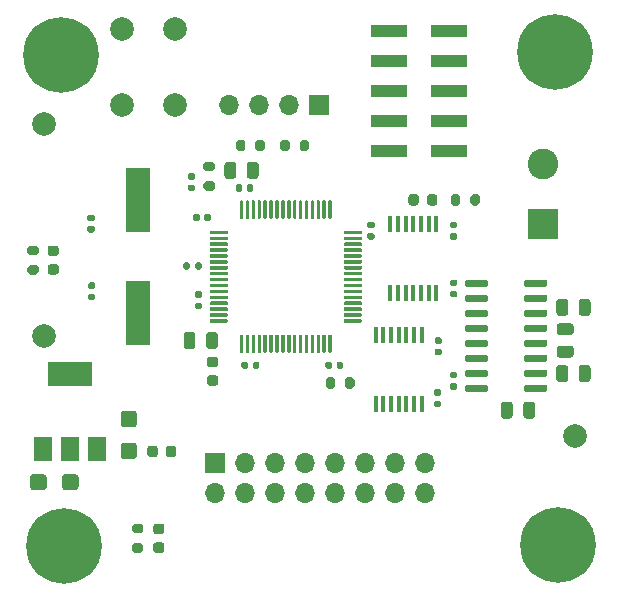
<source format=gbr>
%TF.GenerationSoftware,KiCad,Pcbnew,(5.1.9)-1*%
%TF.CreationDate,2021-11-15T23:12:41-03:00*%
%TF.ProjectId,RepeaterBoard,52657065-6174-4657-9242-6f6172642e6b,rev?*%
%TF.SameCoordinates,Original*%
%TF.FileFunction,Soldermask,Top*%
%TF.FilePolarity,Negative*%
%FSLAX46Y46*%
G04 Gerber Fmt 4.6, Leading zero omitted, Abs format (unit mm)*
G04 Created by KiCad (PCBNEW (5.1.9)-1) date 2021-11-15 23:12:41*
%MOMM*%
%LPD*%
G01*
G04 APERTURE LIST*
%ADD10R,0.450000X1.475000*%
%ADD11R,3.150000X1.000000*%
%ADD12C,2.600000*%
%ADD13R,2.600000X2.600000*%
%ADD14R,1.700000X1.700000*%
%ADD15O,1.700000X1.700000*%
%ADD16C,2.000000*%
%ADD17R,3.800000X2.000000*%
%ADD18R,1.500000X2.000000*%
%ADD19C,0.800000*%
%ADD20C,6.400000*%
%ADD21R,2.000000X5.500000*%
G04 APERTURE END LIST*
D10*
%TO.C,IC2*%
X68750000Y-50388000D03*
X68100000Y-50388000D03*
X67450000Y-50388000D03*
X66800000Y-50388000D03*
X66150000Y-50388000D03*
X65500000Y-50388000D03*
X64850000Y-50388000D03*
X64850000Y-44512000D03*
X65500000Y-44512000D03*
X66150000Y-44512000D03*
X66800000Y-44512000D03*
X67450000Y-44512000D03*
X68100000Y-44512000D03*
X68750000Y-44512000D03*
%TD*%
%TO.C,IC1*%
X67500000Y-59788000D03*
X66850000Y-59788000D03*
X66200000Y-59788000D03*
X65550000Y-59788000D03*
X64900000Y-59788000D03*
X64250000Y-59788000D03*
X63600000Y-59788000D03*
X63600000Y-53912000D03*
X64250000Y-53912000D03*
X64900000Y-53912000D03*
X65550000Y-53912000D03*
X66200000Y-53912000D03*
X66850000Y-53912000D03*
X67500000Y-53912000D03*
%TD*%
D11*
%TO.C,J4*%
X64725000Y-28170000D03*
X69775000Y-28170000D03*
X64725000Y-30710000D03*
X69775000Y-30710000D03*
X64725000Y-33250000D03*
X69775000Y-33250000D03*
X64725000Y-35790000D03*
X69775000Y-35790000D03*
X64725000Y-38330000D03*
X69775000Y-38330000D03*
%TD*%
%TO.C,R1*%
G36*
G01*
X43725000Y-72375000D02*
X43175000Y-72375000D01*
G75*
G02*
X42975000Y-72175000I0J200000D01*
G01*
X42975000Y-71775000D01*
G75*
G02*
X43175000Y-71575000I200000J0D01*
G01*
X43725000Y-71575000D01*
G75*
G02*
X43925000Y-71775000I0J-200000D01*
G01*
X43925000Y-72175000D01*
G75*
G02*
X43725000Y-72375000I-200000J0D01*
G01*
G37*
G36*
G01*
X43725000Y-70725000D02*
X43175000Y-70725000D01*
G75*
G02*
X42975000Y-70525000I0J200000D01*
G01*
X42975000Y-70125000D01*
G75*
G02*
X43175000Y-69925000I200000J0D01*
G01*
X43725000Y-69925000D01*
G75*
G02*
X43925000Y-70125000I0J-200000D01*
G01*
X43925000Y-70525000D01*
G75*
G02*
X43725000Y-70725000I-200000J0D01*
G01*
G37*
%TD*%
%TO.C,D1*%
G36*
G01*
X45506250Y-72375000D02*
X44993750Y-72375000D01*
G75*
G02*
X44775000Y-72156250I0J218750D01*
G01*
X44775000Y-71718750D01*
G75*
G02*
X44993750Y-71500000I218750J0D01*
G01*
X45506250Y-71500000D01*
G75*
G02*
X45725000Y-71718750I0J-218750D01*
G01*
X45725000Y-72156250D01*
G75*
G02*
X45506250Y-72375000I-218750J0D01*
G01*
G37*
G36*
G01*
X45506250Y-70800000D02*
X44993750Y-70800000D01*
G75*
G02*
X44775000Y-70581250I0J218750D01*
G01*
X44775000Y-70143750D01*
G75*
G02*
X44993750Y-69925000I218750J0D01*
G01*
X45506250Y-69925000D01*
G75*
G02*
X45725000Y-70143750I0J-218750D01*
G01*
X45725000Y-70581250D01*
G75*
G02*
X45506250Y-70800000I-218750J0D01*
G01*
G37*
%TD*%
D12*
%TO.C,J1*%
X77750000Y-39500000D03*
D13*
X77750000Y-44500000D03*
%TD*%
%TO.C,C2*%
G36*
G01*
X35750000Y-65974999D02*
X35750000Y-66825001D01*
G75*
G02*
X35500001Y-67075000I-249999J0D01*
G01*
X34599999Y-67075000D01*
G75*
G02*
X34350000Y-66825001I0J249999D01*
G01*
X34350000Y-65974999D01*
G75*
G02*
X34599999Y-65725000I249999J0D01*
G01*
X35500001Y-65725000D01*
G75*
G02*
X35750000Y-65974999I0J-249999D01*
G01*
G37*
G36*
G01*
X38450000Y-65974999D02*
X38450000Y-66825001D01*
G75*
G02*
X38200001Y-67075000I-249999J0D01*
G01*
X37299999Y-67075000D01*
G75*
G02*
X37050000Y-66825001I0J249999D01*
G01*
X37050000Y-65974999D01*
G75*
G02*
X37299999Y-65725000I249999J0D01*
G01*
X38200001Y-65725000D01*
G75*
G02*
X38450000Y-65974999I0J-249999D01*
G01*
G37*
%TD*%
%TO.C,C1*%
G36*
G01*
X43125001Y-61750000D02*
X42274999Y-61750000D01*
G75*
G02*
X42025000Y-61500001I0J249999D01*
G01*
X42025000Y-60599999D01*
G75*
G02*
X42274999Y-60350000I249999J0D01*
G01*
X43125001Y-60350000D01*
G75*
G02*
X43375000Y-60599999I0J-249999D01*
G01*
X43375000Y-61500001D01*
G75*
G02*
X43125001Y-61750000I-249999J0D01*
G01*
G37*
G36*
G01*
X43125001Y-64450000D02*
X42274999Y-64450000D01*
G75*
G02*
X42025000Y-64200001I0J249999D01*
G01*
X42025000Y-63299999D01*
G75*
G02*
X42274999Y-63050000I249999J0D01*
G01*
X43125001Y-63050000D01*
G75*
G02*
X43375000Y-63299999I0J-249999D01*
G01*
X43375000Y-64200001D01*
G75*
G02*
X43125001Y-64450000I-249999J0D01*
G01*
G37*
%TD*%
%TO.C,C3*%
G36*
G01*
X50800000Y-40475000D02*
X50800000Y-39525000D01*
G75*
G02*
X51050000Y-39275000I250000J0D01*
G01*
X51550000Y-39275000D01*
G75*
G02*
X51800000Y-39525000I0J-250000D01*
G01*
X51800000Y-40475000D01*
G75*
G02*
X51550000Y-40725000I-250000J0D01*
G01*
X51050000Y-40725000D01*
G75*
G02*
X50800000Y-40475000I0J250000D01*
G01*
G37*
G36*
G01*
X52700000Y-40475000D02*
X52700000Y-39525000D01*
G75*
G02*
X52950000Y-39275000I250000J0D01*
G01*
X53450000Y-39275000D01*
G75*
G02*
X53700000Y-39525000I0J-250000D01*
G01*
X53700000Y-40475000D01*
G75*
G02*
X53450000Y-40725000I-250000J0D01*
G01*
X52950000Y-40725000D01*
G75*
G02*
X52700000Y-40475000I0J250000D01*
G01*
G37*
%TD*%
%TO.C,C4*%
G36*
G01*
X53760000Y-56330000D02*
X53760000Y-56670000D01*
G75*
G02*
X53620000Y-56810000I-140000J0D01*
G01*
X53340000Y-56810000D01*
G75*
G02*
X53200000Y-56670000I0J140000D01*
G01*
X53200000Y-56330000D01*
G75*
G02*
X53340000Y-56190000I140000J0D01*
G01*
X53620000Y-56190000D01*
G75*
G02*
X53760000Y-56330000I0J-140000D01*
G01*
G37*
G36*
G01*
X52800000Y-56330000D02*
X52800000Y-56670000D01*
G75*
G02*
X52660000Y-56810000I-140000J0D01*
G01*
X52380000Y-56810000D01*
G75*
G02*
X52240000Y-56670000I0J140000D01*
G01*
X52240000Y-56330000D01*
G75*
G02*
X52380000Y-56190000I140000J0D01*
G01*
X52660000Y-56190000D01*
G75*
G02*
X52800000Y-56330000I0J-140000D01*
G01*
G37*
%TD*%
%TO.C,C5*%
G36*
G01*
X59900000Y-56330000D02*
X59900000Y-56670000D01*
G75*
G02*
X59760000Y-56810000I-140000J0D01*
G01*
X59480000Y-56810000D01*
G75*
G02*
X59340000Y-56670000I0J140000D01*
G01*
X59340000Y-56330000D01*
G75*
G02*
X59480000Y-56190000I140000J0D01*
G01*
X59760000Y-56190000D01*
G75*
G02*
X59900000Y-56330000I0J-140000D01*
G01*
G37*
G36*
G01*
X60860000Y-56330000D02*
X60860000Y-56670000D01*
G75*
G02*
X60720000Y-56810000I-140000J0D01*
G01*
X60440000Y-56810000D01*
G75*
G02*
X60300000Y-56670000I0J140000D01*
G01*
X60300000Y-56330000D01*
G75*
G02*
X60440000Y-56190000I140000J0D01*
G01*
X60720000Y-56190000D01*
G75*
G02*
X60860000Y-56330000I0J-140000D01*
G01*
G37*
%TD*%
%TO.C,C6*%
G36*
G01*
X63030000Y-45300000D02*
X63370000Y-45300000D01*
G75*
G02*
X63510000Y-45440000I0J-140000D01*
G01*
X63510000Y-45720000D01*
G75*
G02*
X63370000Y-45860000I-140000J0D01*
G01*
X63030000Y-45860000D01*
G75*
G02*
X62890000Y-45720000I0J140000D01*
G01*
X62890000Y-45440000D01*
G75*
G02*
X63030000Y-45300000I140000J0D01*
G01*
G37*
G36*
G01*
X63030000Y-44340000D02*
X63370000Y-44340000D01*
G75*
G02*
X63510000Y-44480000I0J-140000D01*
G01*
X63510000Y-44760000D01*
G75*
G02*
X63370000Y-44900000I-140000J0D01*
G01*
X63030000Y-44900000D01*
G75*
G02*
X62890000Y-44760000I0J140000D01*
G01*
X62890000Y-44480000D01*
G75*
G02*
X63030000Y-44340000I140000J0D01*
G01*
G37*
%TD*%
%TO.C,C7*%
G36*
G01*
X51740000Y-41670000D02*
X51740000Y-41330000D01*
G75*
G02*
X51880000Y-41190000I140000J0D01*
G01*
X52160000Y-41190000D01*
G75*
G02*
X52300000Y-41330000I0J-140000D01*
G01*
X52300000Y-41670000D01*
G75*
G02*
X52160000Y-41810000I-140000J0D01*
G01*
X51880000Y-41810000D01*
G75*
G02*
X51740000Y-41670000I0J140000D01*
G01*
G37*
G36*
G01*
X52700000Y-41670000D02*
X52700000Y-41330000D01*
G75*
G02*
X52840000Y-41190000I140000J0D01*
G01*
X53120000Y-41190000D01*
G75*
G02*
X53260000Y-41330000I0J-140000D01*
G01*
X53260000Y-41670000D01*
G75*
G02*
X53120000Y-41810000I-140000J0D01*
G01*
X52840000Y-41810000D01*
G75*
G02*
X52700000Y-41670000I0J140000D01*
G01*
G37*
%TD*%
%TO.C,C8*%
G36*
G01*
X49660000Y-43830000D02*
X49660000Y-44170000D01*
G75*
G02*
X49520000Y-44310000I-140000J0D01*
G01*
X49240000Y-44310000D01*
G75*
G02*
X49100000Y-44170000I0J140000D01*
G01*
X49100000Y-43830000D01*
G75*
G02*
X49240000Y-43690000I140000J0D01*
G01*
X49520000Y-43690000D01*
G75*
G02*
X49660000Y-43830000I0J-140000D01*
G01*
G37*
G36*
G01*
X48700000Y-43830000D02*
X48700000Y-44170000D01*
G75*
G02*
X48560000Y-44310000I-140000J0D01*
G01*
X48280000Y-44310000D01*
G75*
G02*
X48140000Y-44170000I0J140000D01*
G01*
X48140000Y-43830000D01*
G75*
G02*
X48280000Y-43690000I140000J0D01*
G01*
X48560000Y-43690000D01*
G75*
G02*
X48700000Y-43830000I0J-140000D01*
G01*
G37*
%TD*%
%TO.C,C9*%
G36*
G01*
X48350000Y-53925000D02*
X48350000Y-54875000D01*
G75*
G02*
X48100000Y-55125000I-250000J0D01*
G01*
X47600000Y-55125000D01*
G75*
G02*
X47350000Y-54875000I0J250000D01*
G01*
X47350000Y-53925000D01*
G75*
G02*
X47600000Y-53675000I250000J0D01*
G01*
X48100000Y-53675000D01*
G75*
G02*
X48350000Y-53925000I0J-250000D01*
G01*
G37*
G36*
G01*
X50250000Y-53925000D02*
X50250000Y-54875000D01*
G75*
G02*
X50000000Y-55125000I-250000J0D01*
G01*
X49500000Y-55125000D01*
G75*
G02*
X49250000Y-54875000I0J250000D01*
G01*
X49250000Y-53925000D01*
G75*
G02*
X49500000Y-53675000I250000J0D01*
G01*
X50000000Y-53675000D01*
G75*
G02*
X50250000Y-53925000I0J-250000D01*
G01*
G37*
%TD*%
%TO.C,C10*%
G36*
G01*
X48770000Y-50800000D02*
X48430000Y-50800000D01*
G75*
G02*
X48290000Y-50660000I0J140000D01*
G01*
X48290000Y-50380000D01*
G75*
G02*
X48430000Y-50240000I140000J0D01*
G01*
X48770000Y-50240000D01*
G75*
G02*
X48910000Y-50380000I0J-140000D01*
G01*
X48910000Y-50660000D01*
G75*
G02*
X48770000Y-50800000I-140000J0D01*
G01*
G37*
G36*
G01*
X48770000Y-51760000D02*
X48430000Y-51760000D01*
G75*
G02*
X48290000Y-51620000I0J140000D01*
G01*
X48290000Y-51340000D01*
G75*
G02*
X48430000Y-51200000I140000J0D01*
G01*
X48770000Y-51200000D01*
G75*
G02*
X48910000Y-51340000I0J-140000D01*
G01*
X48910000Y-51620000D01*
G75*
G02*
X48770000Y-51760000I-140000J0D01*
G01*
G37*
%TD*%
%TO.C,C11*%
G36*
G01*
X70370000Y-58560000D02*
X70030000Y-58560000D01*
G75*
G02*
X69890000Y-58420000I0J140000D01*
G01*
X69890000Y-58140000D01*
G75*
G02*
X70030000Y-58000000I140000J0D01*
G01*
X70370000Y-58000000D01*
G75*
G02*
X70510000Y-58140000I0J-140000D01*
G01*
X70510000Y-58420000D01*
G75*
G02*
X70370000Y-58560000I-140000J0D01*
G01*
G37*
G36*
G01*
X70370000Y-57600000D02*
X70030000Y-57600000D01*
G75*
G02*
X69890000Y-57460000I0J140000D01*
G01*
X69890000Y-57180000D01*
G75*
G02*
X70030000Y-57040000I140000J0D01*
G01*
X70370000Y-57040000D01*
G75*
G02*
X70510000Y-57180000I0J-140000D01*
G01*
X70510000Y-57460000D01*
G75*
G02*
X70370000Y-57600000I-140000J0D01*
G01*
G37*
%TD*%
%TO.C,C12*%
G36*
G01*
X39330000Y-44700000D02*
X39670000Y-44700000D01*
G75*
G02*
X39810000Y-44840000I0J-140000D01*
G01*
X39810000Y-45120000D01*
G75*
G02*
X39670000Y-45260000I-140000J0D01*
G01*
X39330000Y-45260000D01*
G75*
G02*
X39190000Y-45120000I0J140000D01*
G01*
X39190000Y-44840000D01*
G75*
G02*
X39330000Y-44700000I140000J0D01*
G01*
G37*
G36*
G01*
X39330000Y-43740000D02*
X39670000Y-43740000D01*
G75*
G02*
X39810000Y-43880000I0J-140000D01*
G01*
X39810000Y-44160000D01*
G75*
G02*
X39670000Y-44300000I-140000J0D01*
G01*
X39330000Y-44300000D01*
G75*
G02*
X39190000Y-44160000I0J140000D01*
G01*
X39190000Y-43880000D01*
G75*
G02*
X39330000Y-43740000I140000J0D01*
G01*
G37*
%TD*%
%TO.C,C13*%
G36*
G01*
X39720000Y-51010000D02*
X39380000Y-51010000D01*
G75*
G02*
X39240000Y-50870000I0J140000D01*
G01*
X39240000Y-50590000D01*
G75*
G02*
X39380000Y-50450000I140000J0D01*
G01*
X39720000Y-50450000D01*
G75*
G02*
X39860000Y-50590000I0J-140000D01*
G01*
X39860000Y-50870000D01*
G75*
G02*
X39720000Y-51010000I-140000J0D01*
G01*
G37*
G36*
G01*
X39720000Y-50050000D02*
X39380000Y-50050000D01*
G75*
G02*
X39240000Y-49910000I0J140000D01*
G01*
X39240000Y-49630000D01*
G75*
G02*
X39380000Y-49490000I140000J0D01*
G01*
X39720000Y-49490000D01*
G75*
G02*
X39860000Y-49630000I0J-140000D01*
G01*
X39860000Y-49910000D01*
G75*
G02*
X39720000Y-50050000I-140000J0D01*
G01*
G37*
%TD*%
%TO.C,C14*%
G36*
G01*
X77100000Y-59825000D02*
X77100000Y-60775000D01*
G75*
G02*
X76850000Y-61025000I-250000J0D01*
G01*
X76350000Y-61025000D01*
G75*
G02*
X76100000Y-60775000I0J250000D01*
G01*
X76100000Y-59825000D01*
G75*
G02*
X76350000Y-59575000I250000J0D01*
G01*
X76850000Y-59575000D01*
G75*
G02*
X77100000Y-59825000I0J-250000D01*
G01*
G37*
G36*
G01*
X75200000Y-59825000D02*
X75200000Y-60775000D01*
G75*
G02*
X74950000Y-61025000I-250000J0D01*
G01*
X74450000Y-61025000D01*
G75*
G02*
X74200000Y-60775000I0J250000D01*
G01*
X74200000Y-59825000D01*
G75*
G02*
X74450000Y-59575000I250000J0D01*
G01*
X74950000Y-59575000D01*
G75*
G02*
X75200000Y-59825000I0J-250000D01*
G01*
G37*
%TD*%
%TO.C,C15*%
G36*
G01*
X80125000Y-53950000D02*
X79175000Y-53950000D01*
G75*
G02*
X78925000Y-53700000I0J250000D01*
G01*
X78925000Y-53200000D01*
G75*
G02*
X79175000Y-52950000I250000J0D01*
G01*
X80125000Y-52950000D01*
G75*
G02*
X80375000Y-53200000I0J-250000D01*
G01*
X80375000Y-53700000D01*
G75*
G02*
X80125000Y-53950000I-250000J0D01*
G01*
G37*
G36*
G01*
X80125000Y-55850000D02*
X79175000Y-55850000D01*
G75*
G02*
X78925000Y-55600000I0J250000D01*
G01*
X78925000Y-55100000D01*
G75*
G02*
X79175000Y-54850000I250000J0D01*
G01*
X80125000Y-54850000D01*
G75*
G02*
X80375000Y-55100000I0J-250000D01*
G01*
X80375000Y-55600000D01*
G75*
G02*
X80125000Y-55850000I-250000J0D01*
G01*
G37*
%TD*%
%TO.C,C16*%
G36*
G01*
X78900000Y-57675000D02*
X78900000Y-56725000D01*
G75*
G02*
X79150000Y-56475000I250000J0D01*
G01*
X79650000Y-56475000D01*
G75*
G02*
X79900000Y-56725000I0J-250000D01*
G01*
X79900000Y-57675000D01*
G75*
G02*
X79650000Y-57925000I-250000J0D01*
G01*
X79150000Y-57925000D01*
G75*
G02*
X78900000Y-57675000I0J250000D01*
G01*
G37*
G36*
G01*
X80800000Y-57675000D02*
X80800000Y-56725000D01*
G75*
G02*
X81050000Y-56475000I250000J0D01*
G01*
X81550000Y-56475000D01*
G75*
G02*
X81800000Y-56725000I0J-250000D01*
G01*
X81800000Y-57675000D01*
G75*
G02*
X81550000Y-57925000I-250000J0D01*
G01*
X81050000Y-57925000D01*
G75*
G02*
X80800000Y-57675000I0J250000D01*
G01*
G37*
%TD*%
%TO.C,C17*%
G36*
G01*
X80800000Y-52075000D02*
X80800000Y-51125000D01*
G75*
G02*
X81050000Y-50875000I250000J0D01*
G01*
X81550000Y-50875000D01*
G75*
G02*
X81800000Y-51125000I0J-250000D01*
G01*
X81800000Y-52075000D01*
G75*
G02*
X81550000Y-52325000I-250000J0D01*
G01*
X81050000Y-52325000D01*
G75*
G02*
X80800000Y-52075000I0J250000D01*
G01*
G37*
G36*
G01*
X78900000Y-52075000D02*
X78900000Y-51125000D01*
G75*
G02*
X79150000Y-50875000I250000J0D01*
G01*
X79650000Y-50875000D01*
G75*
G02*
X79900000Y-51125000I0J-250000D01*
G01*
X79900000Y-52075000D01*
G75*
G02*
X79650000Y-52325000I-250000J0D01*
G01*
X79150000Y-52325000D01*
G75*
G02*
X78900000Y-52075000I0J250000D01*
G01*
G37*
%TD*%
%TO.C,C18*%
G36*
G01*
X48170000Y-40800000D02*
X47830000Y-40800000D01*
G75*
G02*
X47690000Y-40660000I0J140000D01*
G01*
X47690000Y-40380000D01*
G75*
G02*
X47830000Y-40240000I140000J0D01*
G01*
X48170000Y-40240000D01*
G75*
G02*
X48310000Y-40380000I0J-140000D01*
G01*
X48310000Y-40660000D01*
G75*
G02*
X48170000Y-40800000I-140000J0D01*
G01*
G37*
G36*
G01*
X48170000Y-41760000D02*
X47830000Y-41760000D01*
G75*
G02*
X47690000Y-41620000I0J140000D01*
G01*
X47690000Y-41340000D01*
G75*
G02*
X47830000Y-41200000I140000J0D01*
G01*
X48170000Y-41200000D01*
G75*
G02*
X48310000Y-41340000I0J-140000D01*
G01*
X48310000Y-41620000D01*
G75*
G02*
X48170000Y-41760000I-140000J0D01*
G01*
G37*
%TD*%
%TO.C,D2*%
G36*
G01*
X36556250Y-48825000D02*
X36043750Y-48825000D01*
G75*
G02*
X35825000Y-48606250I0J218750D01*
G01*
X35825000Y-48168750D01*
G75*
G02*
X36043750Y-47950000I218750J0D01*
G01*
X36556250Y-47950000D01*
G75*
G02*
X36775000Y-48168750I0J-218750D01*
G01*
X36775000Y-48606250D01*
G75*
G02*
X36556250Y-48825000I-218750J0D01*
G01*
G37*
G36*
G01*
X36556250Y-47250000D02*
X36043750Y-47250000D01*
G75*
G02*
X35825000Y-47031250I0J218750D01*
G01*
X35825000Y-46593750D01*
G75*
G02*
X36043750Y-46375000I218750J0D01*
G01*
X36556250Y-46375000D01*
G75*
G02*
X36775000Y-46593750I0J-218750D01*
G01*
X36775000Y-47031250D01*
G75*
G02*
X36556250Y-47250000I-218750J0D01*
G01*
G37*
%TD*%
%TO.C,D3*%
G36*
G01*
X68825000Y-42243750D02*
X68825000Y-42756250D01*
G75*
G02*
X68606250Y-42975000I-218750J0D01*
G01*
X68168750Y-42975000D01*
G75*
G02*
X67950000Y-42756250I0J218750D01*
G01*
X67950000Y-42243750D01*
G75*
G02*
X68168750Y-42025000I218750J0D01*
G01*
X68606250Y-42025000D01*
G75*
G02*
X68825000Y-42243750I0J-218750D01*
G01*
G37*
G36*
G01*
X67250000Y-42243750D02*
X67250000Y-42756250D01*
G75*
G02*
X67031250Y-42975000I-218750J0D01*
G01*
X66593750Y-42975000D01*
G75*
G02*
X66375000Y-42756250I0J218750D01*
G01*
X66375000Y-42243750D01*
G75*
G02*
X66593750Y-42025000I218750J0D01*
G01*
X67031250Y-42025000D01*
G75*
G02*
X67250000Y-42243750I0J-218750D01*
G01*
G37*
%TD*%
D14*
%TO.C,J2*%
X58800000Y-34500000D03*
D15*
X56260000Y-34500000D03*
X53720000Y-34500000D03*
X51180000Y-34500000D03*
%TD*%
D14*
%TO.C,J3*%
X50000000Y-64750000D03*
D15*
X50000000Y-67290000D03*
X52540000Y-64750000D03*
X52540000Y-67290000D03*
X55080000Y-64750000D03*
X55080000Y-67290000D03*
X57620000Y-64750000D03*
X57620000Y-67290000D03*
X60160000Y-64750000D03*
X60160000Y-67290000D03*
X62700000Y-64750000D03*
X62700000Y-67290000D03*
X65240000Y-64750000D03*
X65240000Y-67290000D03*
X67780000Y-64750000D03*
X67780000Y-67290000D03*
%TD*%
%TO.C,R2*%
G36*
G01*
X34875000Y-48825000D02*
X34325000Y-48825000D01*
G75*
G02*
X34125000Y-48625000I0J200000D01*
G01*
X34125000Y-48225000D01*
G75*
G02*
X34325000Y-48025000I200000J0D01*
G01*
X34875000Y-48025000D01*
G75*
G02*
X35075000Y-48225000I0J-200000D01*
G01*
X35075000Y-48625000D01*
G75*
G02*
X34875000Y-48825000I-200000J0D01*
G01*
G37*
G36*
G01*
X34875000Y-47175000D02*
X34325000Y-47175000D01*
G75*
G02*
X34125000Y-46975000I0J200000D01*
G01*
X34125000Y-46575000D01*
G75*
G02*
X34325000Y-46375000I200000J0D01*
G01*
X34875000Y-46375000D01*
G75*
G02*
X35075000Y-46575000I0J-200000D01*
G01*
X35075000Y-46975000D01*
G75*
G02*
X34875000Y-47175000I-200000J0D01*
G01*
G37*
%TD*%
%TO.C,R3*%
G36*
G01*
X48880000Y-47915000D02*
X48880000Y-48285000D01*
G75*
G02*
X48745000Y-48420000I-135000J0D01*
G01*
X48475000Y-48420000D01*
G75*
G02*
X48340000Y-48285000I0J135000D01*
G01*
X48340000Y-47915000D01*
G75*
G02*
X48475000Y-47780000I135000J0D01*
G01*
X48745000Y-47780000D01*
G75*
G02*
X48880000Y-47915000I0J-135000D01*
G01*
G37*
G36*
G01*
X47860000Y-47915000D02*
X47860000Y-48285000D01*
G75*
G02*
X47725000Y-48420000I-135000J0D01*
G01*
X47455000Y-48420000D01*
G75*
G02*
X47320000Y-48285000I0J135000D01*
G01*
X47320000Y-47915000D01*
G75*
G02*
X47455000Y-47780000I135000J0D01*
G01*
X47725000Y-47780000D01*
G75*
G02*
X47860000Y-47915000I0J-135000D01*
G01*
G37*
%TD*%
%TO.C,R4*%
G36*
G01*
X57975000Y-37625000D02*
X57975000Y-38175000D01*
G75*
G02*
X57775000Y-38375000I-200000J0D01*
G01*
X57375000Y-38375000D01*
G75*
G02*
X57175000Y-38175000I0J200000D01*
G01*
X57175000Y-37625000D01*
G75*
G02*
X57375000Y-37425000I200000J0D01*
G01*
X57775000Y-37425000D01*
G75*
G02*
X57975000Y-37625000I0J-200000D01*
G01*
G37*
G36*
G01*
X56325000Y-37625000D02*
X56325000Y-38175000D01*
G75*
G02*
X56125000Y-38375000I-200000J0D01*
G01*
X55725000Y-38375000D01*
G75*
G02*
X55525000Y-38175000I0J200000D01*
G01*
X55525000Y-37625000D01*
G75*
G02*
X55725000Y-37425000I200000J0D01*
G01*
X56125000Y-37425000D01*
G75*
G02*
X56325000Y-37625000I0J-200000D01*
G01*
G37*
%TD*%
%TO.C,R5*%
G36*
G01*
X53425000Y-38175000D02*
X53425000Y-37625000D01*
G75*
G02*
X53625000Y-37425000I200000J0D01*
G01*
X54025000Y-37425000D01*
G75*
G02*
X54225000Y-37625000I0J-200000D01*
G01*
X54225000Y-38175000D01*
G75*
G02*
X54025000Y-38375000I-200000J0D01*
G01*
X53625000Y-38375000D01*
G75*
G02*
X53425000Y-38175000I0J200000D01*
G01*
G37*
G36*
G01*
X51775000Y-38175000D02*
X51775000Y-37625000D01*
G75*
G02*
X51975000Y-37425000I200000J0D01*
G01*
X52375000Y-37425000D01*
G75*
G02*
X52575000Y-37625000I0J-200000D01*
G01*
X52575000Y-38175000D01*
G75*
G02*
X52375000Y-38375000I-200000J0D01*
G01*
X51975000Y-38375000D01*
G75*
G02*
X51775000Y-38175000I0J200000D01*
G01*
G37*
%TD*%
%TO.C,R6*%
G36*
G01*
X49775000Y-41725000D02*
X49225000Y-41725000D01*
G75*
G02*
X49025000Y-41525000I0J200000D01*
G01*
X49025000Y-41125000D01*
G75*
G02*
X49225000Y-40925000I200000J0D01*
G01*
X49775000Y-40925000D01*
G75*
G02*
X49975000Y-41125000I0J-200000D01*
G01*
X49975000Y-41525000D01*
G75*
G02*
X49775000Y-41725000I-200000J0D01*
G01*
G37*
G36*
G01*
X49775000Y-40075000D02*
X49225000Y-40075000D01*
G75*
G02*
X49025000Y-39875000I0J200000D01*
G01*
X49025000Y-39475000D01*
G75*
G02*
X49225000Y-39275000I200000J0D01*
G01*
X49775000Y-39275000D01*
G75*
G02*
X49975000Y-39475000I0J-200000D01*
G01*
X49975000Y-39875000D01*
G75*
G02*
X49775000Y-40075000I-200000J0D01*
G01*
G37*
%TD*%
%TO.C,R7*%
G36*
G01*
X61025000Y-58275000D02*
X61025000Y-57725000D01*
G75*
G02*
X61225000Y-57525000I200000J0D01*
G01*
X61625000Y-57525000D01*
G75*
G02*
X61825000Y-57725000I0J-200000D01*
G01*
X61825000Y-58275000D01*
G75*
G02*
X61625000Y-58475000I-200000J0D01*
G01*
X61225000Y-58475000D01*
G75*
G02*
X61025000Y-58275000I0J200000D01*
G01*
G37*
G36*
G01*
X59375000Y-58275000D02*
X59375000Y-57725000D01*
G75*
G02*
X59575000Y-57525000I200000J0D01*
G01*
X59975000Y-57525000D01*
G75*
G02*
X60175000Y-57725000I0J-200000D01*
G01*
X60175000Y-58275000D01*
G75*
G02*
X59975000Y-58475000I-200000J0D01*
G01*
X59575000Y-58475000D01*
G75*
G02*
X59375000Y-58275000I0J200000D01*
G01*
G37*
%TD*%
%TO.C,R8*%
G36*
G01*
X69975000Y-42775000D02*
X69975000Y-42225000D01*
G75*
G02*
X70175000Y-42025000I200000J0D01*
G01*
X70575000Y-42025000D01*
G75*
G02*
X70775000Y-42225000I0J-200000D01*
G01*
X70775000Y-42775000D01*
G75*
G02*
X70575000Y-42975000I-200000J0D01*
G01*
X70175000Y-42975000D01*
G75*
G02*
X69975000Y-42775000I0J200000D01*
G01*
G37*
G36*
G01*
X71625000Y-42775000D02*
X71625000Y-42225000D01*
G75*
G02*
X71825000Y-42025000I200000J0D01*
G01*
X72225000Y-42025000D01*
G75*
G02*
X72425000Y-42225000I0J-200000D01*
G01*
X72425000Y-42775000D01*
G75*
G02*
X72225000Y-42975000I-200000J0D01*
G01*
X71825000Y-42975000D01*
G75*
G02*
X71625000Y-42775000I0J200000D01*
G01*
G37*
%TD*%
D16*
%TO.C,SW1*%
X46600000Y-34500000D03*
X42100000Y-34500000D03*
X46600000Y-28000000D03*
X42100000Y-28000000D03*
%TD*%
D17*
%TO.C,U1*%
X37700000Y-57250000D03*
D18*
X37700000Y-63550000D03*
X40000000Y-63550000D03*
X35400000Y-63550000D03*
%TD*%
%TO.C,U2*%
G36*
G01*
X73150000Y-57025000D02*
X73150000Y-57325000D01*
G75*
G02*
X73000000Y-57475000I-150000J0D01*
G01*
X71300000Y-57475000D01*
G75*
G02*
X71150000Y-57325000I0J150000D01*
G01*
X71150000Y-57025000D01*
G75*
G02*
X71300000Y-56875000I150000J0D01*
G01*
X73000000Y-56875000D01*
G75*
G02*
X73150000Y-57025000I0J-150000D01*
G01*
G37*
G36*
G01*
X73150000Y-55755000D02*
X73150000Y-56055000D01*
G75*
G02*
X73000000Y-56205000I-150000J0D01*
G01*
X71300000Y-56205000D01*
G75*
G02*
X71150000Y-56055000I0J150000D01*
G01*
X71150000Y-55755000D01*
G75*
G02*
X71300000Y-55605000I150000J0D01*
G01*
X73000000Y-55605000D01*
G75*
G02*
X73150000Y-55755000I0J-150000D01*
G01*
G37*
G36*
G01*
X73150000Y-49405000D02*
X73150000Y-49705000D01*
G75*
G02*
X73000000Y-49855000I-150000J0D01*
G01*
X71300000Y-49855000D01*
G75*
G02*
X71150000Y-49705000I0J150000D01*
G01*
X71150000Y-49405000D01*
G75*
G02*
X71300000Y-49255000I150000J0D01*
G01*
X73000000Y-49255000D01*
G75*
G02*
X73150000Y-49405000I0J-150000D01*
G01*
G37*
G36*
G01*
X78150000Y-50675000D02*
X78150000Y-50975000D01*
G75*
G02*
X78000000Y-51125000I-150000J0D01*
G01*
X76300000Y-51125000D01*
G75*
G02*
X76150000Y-50975000I0J150000D01*
G01*
X76150000Y-50675000D01*
G75*
G02*
X76300000Y-50525000I150000J0D01*
G01*
X78000000Y-50525000D01*
G75*
G02*
X78150000Y-50675000I0J-150000D01*
G01*
G37*
G36*
G01*
X78150000Y-58295000D02*
X78150000Y-58595000D01*
G75*
G02*
X78000000Y-58745000I-150000J0D01*
G01*
X76300000Y-58745000D01*
G75*
G02*
X76150000Y-58595000I0J150000D01*
G01*
X76150000Y-58295000D01*
G75*
G02*
X76300000Y-58145000I150000J0D01*
G01*
X78000000Y-58145000D01*
G75*
G02*
X78150000Y-58295000I0J-150000D01*
G01*
G37*
G36*
G01*
X78150000Y-55755000D02*
X78150000Y-56055000D01*
G75*
G02*
X78000000Y-56205000I-150000J0D01*
G01*
X76300000Y-56205000D01*
G75*
G02*
X76150000Y-56055000I0J150000D01*
G01*
X76150000Y-55755000D01*
G75*
G02*
X76300000Y-55605000I150000J0D01*
G01*
X78000000Y-55605000D01*
G75*
G02*
X78150000Y-55755000I0J-150000D01*
G01*
G37*
G36*
G01*
X78150000Y-53215000D02*
X78150000Y-53515000D01*
G75*
G02*
X78000000Y-53665000I-150000J0D01*
G01*
X76300000Y-53665000D01*
G75*
G02*
X76150000Y-53515000I0J150000D01*
G01*
X76150000Y-53215000D01*
G75*
G02*
X76300000Y-53065000I150000J0D01*
G01*
X78000000Y-53065000D01*
G75*
G02*
X78150000Y-53215000I0J-150000D01*
G01*
G37*
G36*
G01*
X78150000Y-54485000D02*
X78150000Y-54785000D01*
G75*
G02*
X78000000Y-54935000I-150000J0D01*
G01*
X76300000Y-54935000D01*
G75*
G02*
X76150000Y-54785000I0J150000D01*
G01*
X76150000Y-54485000D01*
G75*
G02*
X76300000Y-54335000I150000J0D01*
G01*
X78000000Y-54335000D01*
G75*
G02*
X78150000Y-54485000I0J-150000D01*
G01*
G37*
G36*
G01*
X73150000Y-58295000D02*
X73150000Y-58595000D01*
G75*
G02*
X73000000Y-58745000I-150000J0D01*
G01*
X71300000Y-58745000D01*
G75*
G02*
X71150000Y-58595000I0J150000D01*
G01*
X71150000Y-58295000D01*
G75*
G02*
X71300000Y-58145000I150000J0D01*
G01*
X73000000Y-58145000D01*
G75*
G02*
X73150000Y-58295000I0J-150000D01*
G01*
G37*
G36*
G01*
X73150000Y-54485000D02*
X73150000Y-54785000D01*
G75*
G02*
X73000000Y-54935000I-150000J0D01*
G01*
X71300000Y-54935000D01*
G75*
G02*
X71150000Y-54785000I0J150000D01*
G01*
X71150000Y-54485000D01*
G75*
G02*
X71300000Y-54335000I150000J0D01*
G01*
X73000000Y-54335000D01*
G75*
G02*
X73150000Y-54485000I0J-150000D01*
G01*
G37*
G36*
G01*
X78150000Y-49405000D02*
X78150000Y-49705000D01*
G75*
G02*
X78000000Y-49855000I-150000J0D01*
G01*
X76300000Y-49855000D01*
G75*
G02*
X76150000Y-49705000I0J150000D01*
G01*
X76150000Y-49405000D01*
G75*
G02*
X76300000Y-49255000I150000J0D01*
G01*
X78000000Y-49255000D01*
G75*
G02*
X78150000Y-49405000I0J-150000D01*
G01*
G37*
G36*
G01*
X73150000Y-53215000D02*
X73150000Y-53515000D01*
G75*
G02*
X73000000Y-53665000I-150000J0D01*
G01*
X71300000Y-53665000D01*
G75*
G02*
X71150000Y-53515000I0J150000D01*
G01*
X71150000Y-53215000D01*
G75*
G02*
X71300000Y-53065000I150000J0D01*
G01*
X73000000Y-53065000D01*
G75*
G02*
X73150000Y-53215000I0J-150000D01*
G01*
G37*
G36*
G01*
X73150000Y-50675000D02*
X73150000Y-50975000D01*
G75*
G02*
X73000000Y-51125000I-150000J0D01*
G01*
X71300000Y-51125000D01*
G75*
G02*
X71150000Y-50975000I0J150000D01*
G01*
X71150000Y-50675000D01*
G75*
G02*
X71300000Y-50525000I150000J0D01*
G01*
X73000000Y-50525000D01*
G75*
G02*
X73150000Y-50675000I0J-150000D01*
G01*
G37*
G36*
G01*
X73150000Y-51945000D02*
X73150000Y-52245000D01*
G75*
G02*
X73000000Y-52395000I-150000J0D01*
G01*
X71300000Y-52395000D01*
G75*
G02*
X71150000Y-52245000I0J150000D01*
G01*
X71150000Y-51945000D01*
G75*
G02*
X71300000Y-51795000I150000J0D01*
G01*
X73000000Y-51795000D01*
G75*
G02*
X73150000Y-51945000I0J-150000D01*
G01*
G37*
G36*
G01*
X78150000Y-57025000D02*
X78150000Y-57325000D01*
G75*
G02*
X78000000Y-57475000I-150000J0D01*
G01*
X76300000Y-57475000D01*
G75*
G02*
X76150000Y-57325000I0J150000D01*
G01*
X76150000Y-57025000D01*
G75*
G02*
X76300000Y-56875000I150000J0D01*
G01*
X78000000Y-56875000D01*
G75*
G02*
X78150000Y-57025000I0J-150000D01*
G01*
G37*
G36*
G01*
X78150000Y-51945000D02*
X78150000Y-52245000D01*
G75*
G02*
X78000000Y-52395000I-150000J0D01*
G01*
X76300000Y-52395000D01*
G75*
G02*
X76150000Y-52245000I0J150000D01*
G01*
X76150000Y-51945000D01*
G75*
G02*
X76300000Y-51795000I150000J0D01*
G01*
X78000000Y-51795000D01*
G75*
G02*
X78150000Y-51945000I0J-150000D01*
G01*
G37*
%TD*%
%TO.C,U3*%
G36*
G01*
X49550000Y-45325000D02*
X49550000Y-45175000D01*
G75*
G02*
X49625000Y-45100000I75000J0D01*
G01*
X51025000Y-45100000D01*
G75*
G02*
X51100000Y-45175000I0J-75000D01*
G01*
X51100000Y-45325000D01*
G75*
G02*
X51025000Y-45400000I-75000J0D01*
G01*
X49625000Y-45400000D01*
G75*
G02*
X49550000Y-45325000I0J75000D01*
G01*
G37*
G36*
G01*
X49550000Y-45825000D02*
X49550000Y-45675000D01*
G75*
G02*
X49625000Y-45600000I75000J0D01*
G01*
X51025000Y-45600000D01*
G75*
G02*
X51100000Y-45675000I0J-75000D01*
G01*
X51100000Y-45825000D01*
G75*
G02*
X51025000Y-45900000I-75000J0D01*
G01*
X49625000Y-45900000D01*
G75*
G02*
X49550000Y-45825000I0J75000D01*
G01*
G37*
G36*
G01*
X49550000Y-46325000D02*
X49550000Y-46175000D01*
G75*
G02*
X49625000Y-46100000I75000J0D01*
G01*
X51025000Y-46100000D01*
G75*
G02*
X51100000Y-46175000I0J-75000D01*
G01*
X51100000Y-46325000D01*
G75*
G02*
X51025000Y-46400000I-75000J0D01*
G01*
X49625000Y-46400000D01*
G75*
G02*
X49550000Y-46325000I0J75000D01*
G01*
G37*
G36*
G01*
X49550000Y-46825000D02*
X49550000Y-46675000D01*
G75*
G02*
X49625000Y-46600000I75000J0D01*
G01*
X51025000Y-46600000D01*
G75*
G02*
X51100000Y-46675000I0J-75000D01*
G01*
X51100000Y-46825000D01*
G75*
G02*
X51025000Y-46900000I-75000J0D01*
G01*
X49625000Y-46900000D01*
G75*
G02*
X49550000Y-46825000I0J75000D01*
G01*
G37*
G36*
G01*
X49550000Y-47325000D02*
X49550000Y-47175000D01*
G75*
G02*
X49625000Y-47100000I75000J0D01*
G01*
X51025000Y-47100000D01*
G75*
G02*
X51100000Y-47175000I0J-75000D01*
G01*
X51100000Y-47325000D01*
G75*
G02*
X51025000Y-47400000I-75000J0D01*
G01*
X49625000Y-47400000D01*
G75*
G02*
X49550000Y-47325000I0J75000D01*
G01*
G37*
G36*
G01*
X49550000Y-47825000D02*
X49550000Y-47675000D01*
G75*
G02*
X49625000Y-47600000I75000J0D01*
G01*
X51025000Y-47600000D01*
G75*
G02*
X51100000Y-47675000I0J-75000D01*
G01*
X51100000Y-47825000D01*
G75*
G02*
X51025000Y-47900000I-75000J0D01*
G01*
X49625000Y-47900000D01*
G75*
G02*
X49550000Y-47825000I0J75000D01*
G01*
G37*
G36*
G01*
X49550000Y-48325000D02*
X49550000Y-48175000D01*
G75*
G02*
X49625000Y-48100000I75000J0D01*
G01*
X51025000Y-48100000D01*
G75*
G02*
X51100000Y-48175000I0J-75000D01*
G01*
X51100000Y-48325000D01*
G75*
G02*
X51025000Y-48400000I-75000J0D01*
G01*
X49625000Y-48400000D01*
G75*
G02*
X49550000Y-48325000I0J75000D01*
G01*
G37*
G36*
G01*
X49550000Y-48825000D02*
X49550000Y-48675000D01*
G75*
G02*
X49625000Y-48600000I75000J0D01*
G01*
X51025000Y-48600000D01*
G75*
G02*
X51100000Y-48675000I0J-75000D01*
G01*
X51100000Y-48825000D01*
G75*
G02*
X51025000Y-48900000I-75000J0D01*
G01*
X49625000Y-48900000D01*
G75*
G02*
X49550000Y-48825000I0J75000D01*
G01*
G37*
G36*
G01*
X49550000Y-49325000D02*
X49550000Y-49175000D01*
G75*
G02*
X49625000Y-49100000I75000J0D01*
G01*
X51025000Y-49100000D01*
G75*
G02*
X51100000Y-49175000I0J-75000D01*
G01*
X51100000Y-49325000D01*
G75*
G02*
X51025000Y-49400000I-75000J0D01*
G01*
X49625000Y-49400000D01*
G75*
G02*
X49550000Y-49325000I0J75000D01*
G01*
G37*
G36*
G01*
X49550000Y-49825000D02*
X49550000Y-49675000D01*
G75*
G02*
X49625000Y-49600000I75000J0D01*
G01*
X51025000Y-49600000D01*
G75*
G02*
X51100000Y-49675000I0J-75000D01*
G01*
X51100000Y-49825000D01*
G75*
G02*
X51025000Y-49900000I-75000J0D01*
G01*
X49625000Y-49900000D01*
G75*
G02*
X49550000Y-49825000I0J75000D01*
G01*
G37*
G36*
G01*
X49550000Y-50325000D02*
X49550000Y-50175000D01*
G75*
G02*
X49625000Y-50100000I75000J0D01*
G01*
X51025000Y-50100000D01*
G75*
G02*
X51100000Y-50175000I0J-75000D01*
G01*
X51100000Y-50325000D01*
G75*
G02*
X51025000Y-50400000I-75000J0D01*
G01*
X49625000Y-50400000D01*
G75*
G02*
X49550000Y-50325000I0J75000D01*
G01*
G37*
G36*
G01*
X49550000Y-50825000D02*
X49550000Y-50675000D01*
G75*
G02*
X49625000Y-50600000I75000J0D01*
G01*
X51025000Y-50600000D01*
G75*
G02*
X51100000Y-50675000I0J-75000D01*
G01*
X51100000Y-50825000D01*
G75*
G02*
X51025000Y-50900000I-75000J0D01*
G01*
X49625000Y-50900000D01*
G75*
G02*
X49550000Y-50825000I0J75000D01*
G01*
G37*
G36*
G01*
X49550000Y-51325000D02*
X49550000Y-51175000D01*
G75*
G02*
X49625000Y-51100000I75000J0D01*
G01*
X51025000Y-51100000D01*
G75*
G02*
X51100000Y-51175000I0J-75000D01*
G01*
X51100000Y-51325000D01*
G75*
G02*
X51025000Y-51400000I-75000J0D01*
G01*
X49625000Y-51400000D01*
G75*
G02*
X49550000Y-51325000I0J75000D01*
G01*
G37*
G36*
G01*
X49550000Y-51825000D02*
X49550000Y-51675000D01*
G75*
G02*
X49625000Y-51600000I75000J0D01*
G01*
X51025000Y-51600000D01*
G75*
G02*
X51100000Y-51675000I0J-75000D01*
G01*
X51100000Y-51825000D01*
G75*
G02*
X51025000Y-51900000I-75000J0D01*
G01*
X49625000Y-51900000D01*
G75*
G02*
X49550000Y-51825000I0J75000D01*
G01*
G37*
G36*
G01*
X49550000Y-52325000D02*
X49550000Y-52175000D01*
G75*
G02*
X49625000Y-52100000I75000J0D01*
G01*
X51025000Y-52100000D01*
G75*
G02*
X51100000Y-52175000I0J-75000D01*
G01*
X51100000Y-52325000D01*
G75*
G02*
X51025000Y-52400000I-75000J0D01*
G01*
X49625000Y-52400000D01*
G75*
G02*
X49550000Y-52325000I0J75000D01*
G01*
G37*
G36*
G01*
X49550000Y-52825000D02*
X49550000Y-52675000D01*
G75*
G02*
X49625000Y-52600000I75000J0D01*
G01*
X51025000Y-52600000D01*
G75*
G02*
X51100000Y-52675000I0J-75000D01*
G01*
X51100000Y-52825000D01*
G75*
G02*
X51025000Y-52900000I-75000J0D01*
G01*
X49625000Y-52900000D01*
G75*
G02*
X49550000Y-52825000I0J75000D01*
G01*
G37*
G36*
G01*
X52100000Y-55375000D02*
X52100000Y-53975000D01*
G75*
G02*
X52175000Y-53900000I75000J0D01*
G01*
X52325000Y-53900000D01*
G75*
G02*
X52400000Y-53975000I0J-75000D01*
G01*
X52400000Y-55375000D01*
G75*
G02*
X52325000Y-55450000I-75000J0D01*
G01*
X52175000Y-55450000D01*
G75*
G02*
X52100000Y-55375000I0J75000D01*
G01*
G37*
G36*
G01*
X52600000Y-55375000D02*
X52600000Y-53975000D01*
G75*
G02*
X52675000Y-53900000I75000J0D01*
G01*
X52825000Y-53900000D01*
G75*
G02*
X52900000Y-53975000I0J-75000D01*
G01*
X52900000Y-55375000D01*
G75*
G02*
X52825000Y-55450000I-75000J0D01*
G01*
X52675000Y-55450000D01*
G75*
G02*
X52600000Y-55375000I0J75000D01*
G01*
G37*
G36*
G01*
X53100000Y-55375000D02*
X53100000Y-53975000D01*
G75*
G02*
X53175000Y-53900000I75000J0D01*
G01*
X53325000Y-53900000D01*
G75*
G02*
X53400000Y-53975000I0J-75000D01*
G01*
X53400000Y-55375000D01*
G75*
G02*
X53325000Y-55450000I-75000J0D01*
G01*
X53175000Y-55450000D01*
G75*
G02*
X53100000Y-55375000I0J75000D01*
G01*
G37*
G36*
G01*
X53600000Y-55375000D02*
X53600000Y-53975000D01*
G75*
G02*
X53675000Y-53900000I75000J0D01*
G01*
X53825000Y-53900000D01*
G75*
G02*
X53900000Y-53975000I0J-75000D01*
G01*
X53900000Y-55375000D01*
G75*
G02*
X53825000Y-55450000I-75000J0D01*
G01*
X53675000Y-55450000D01*
G75*
G02*
X53600000Y-55375000I0J75000D01*
G01*
G37*
G36*
G01*
X54100000Y-55375000D02*
X54100000Y-53975000D01*
G75*
G02*
X54175000Y-53900000I75000J0D01*
G01*
X54325000Y-53900000D01*
G75*
G02*
X54400000Y-53975000I0J-75000D01*
G01*
X54400000Y-55375000D01*
G75*
G02*
X54325000Y-55450000I-75000J0D01*
G01*
X54175000Y-55450000D01*
G75*
G02*
X54100000Y-55375000I0J75000D01*
G01*
G37*
G36*
G01*
X54600000Y-55375000D02*
X54600000Y-53975000D01*
G75*
G02*
X54675000Y-53900000I75000J0D01*
G01*
X54825000Y-53900000D01*
G75*
G02*
X54900000Y-53975000I0J-75000D01*
G01*
X54900000Y-55375000D01*
G75*
G02*
X54825000Y-55450000I-75000J0D01*
G01*
X54675000Y-55450000D01*
G75*
G02*
X54600000Y-55375000I0J75000D01*
G01*
G37*
G36*
G01*
X55100000Y-55375000D02*
X55100000Y-53975000D01*
G75*
G02*
X55175000Y-53900000I75000J0D01*
G01*
X55325000Y-53900000D01*
G75*
G02*
X55400000Y-53975000I0J-75000D01*
G01*
X55400000Y-55375000D01*
G75*
G02*
X55325000Y-55450000I-75000J0D01*
G01*
X55175000Y-55450000D01*
G75*
G02*
X55100000Y-55375000I0J75000D01*
G01*
G37*
G36*
G01*
X55600000Y-55375000D02*
X55600000Y-53975000D01*
G75*
G02*
X55675000Y-53900000I75000J0D01*
G01*
X55825000Y-53900000D01*
G75*
G02*
X55900000Y-53975000I0J-75000D01*
G01*
X55900000Y-55375000D01*
G75*
G02*
X55825000Y-55450000I-75000J0D01*
G01*
X55675000Y-55450000D01*
G75*
G02*
X55600000Y-55375000I0J75000D01*
G01*
G37*
G36*
G01*
X56100000Y-55375000D02*
X56100000Y-53975000D01*
G75*
G02*
X56175000Y-53900000I75000J0D01*
G01*
X56325000Y-53900000D01*
G75*
G02*
X56400000Y-53975000I0J-75000D01*
G01*
X56400000Y-55375000D01*
G75*
G02*
X56325000Y-55450000I-75000J0D01*
G01*
X56175000Y-55450000D01*
G75*
G02*
X56100000Y-55375000I0J75000D01*
G01*
G37*
G36*
G01*
X56600000Y-55375000D02*
X56600000Y-53975000D01*
G75*
G02*
X56675000Y-53900000I75000J0D01*
G01*
X56825000Y-53900000D01*
G75*
G02*
X56900000Y-53975000I0J-75000D01*
G01*
X56900000Y-55375000D01*
G75*
G02*
X56825000Y-55450000I-75000J0D01*
G01*
X56675000Y-55450000D01*
G75*
G02*
X56600000Y-55375000I0J75000D01*
G01*
G37*
G36*
G01*
X57100000Y-55375000D02*
X57100000Y-53975000D01*
G75*
G02*
X57175000Y-53900000I75000J0D01*
G01*
X57325000Y-53900000D01*
G75*
G02*
X57400000Y-53975000I0J-75000D01*
G01*
X57400000Y-55375000D01*
G75*
G02*
X57325000Y-55450000I-75000J0D01*
G01*
X57175000Y-55450000D01*
G75*
G02*
X57100000Y-55375000I0J75000D01*
G01*
G37*
G36*
G01*
X57600000Y-55375000D02*
X57600000Y-53975000D01*
G75*
G02*
X57675000Y-53900000I75000J0D01*
G01*
X57825000Y-53900000D01*
G75*
G02*
X57900000Y-53975000I0J-75000D01*
G01*
X57900000Y-55375000D01*
G75*
G02*
X57825000Y-55450000I-75000J0D01*
G01*
X57675000Y-55450000D01*
G75*
G02*
X57600000Y-55375000I0J75000D01*
G01*
G37*
G36*
G01*
X58100000Y-55375000D02*
X58100000Y-53975000D01*
G75*
G02*
X58175000Y-53900000I75000J0D01*
G01*
X58325000Y-53900000D01*
G75*
G02*
X58400000Y-53975000I0J-75000D01*
G01*
X58400000Y-55375000D01*
G75*
G02*
X58325000Y-55450000I-75000J0D01*
G01*
X58175000Y-55450000D01*
G75*
G02*
X58100000Y-55375000I0J75000D01*
G01*
G37*
G36*
G01*
X58600000Y-55375000D02*
X58600000Y-53975000D01*
G75*
G02*
X58675000Y-53900000I75000J0D01*
G01*
X58825000Y-53900000D01*
G75*
G02*
X58900000Y-53975000I0J-75000D01*
G01*
X58900000Y-55375000D01*
G75*
G02*
X58825000Y-55450000I-75000J0D01*
G01*
X58675000Y-55450000D01*
G75*
G02*
X58600000Y-55375000I0J75000D01*
G01*
G37*
G36*
G01*
X59100000Y-55375000D02*
X59100000Y-53975000D01*
G75*
G02*
X59175000Y-53900000I75000J0D01*
G01*
X59325000Y-53900000D01*
G75*
G02*
X59400000Y-53975000I0J-75000D01*
G01*
X59400000Y-55375000D01*
G75*
G02*
X59325000Y-55450000I-75000J0D01*
G01*
X59175000Y-55450000D01*
G75*
G02*
X59100000Y-55375000I0J75000D01*
G01*
G37*
G36*
G01*
X59600000Y-55375000D02*
X59600000Y-53975000D01*
G75*
G02*
X59675000Y-53900000I75000J0D01*
G01*
X59825000Y-53900000D01*
G75*
G02*
X59900000Y-53975000I0J-75000D01*
G01*
X59900000Y-55375000D01*
G75*
G02*
X59825000Y-55450000I-75000J0D01*
G01*
X59675000Y-55450000D01*
G75*
G02*
X59600000Y-55375000I0J75000D01*
G01*
G37*
G36*
G01*
X60900000Y-52825000D02*
X60900000Y-52675000D01*
G75*
G02*
X60975000Y-52600000I75000J0D01*
G01*
X62375000Y-52600000D01*
G75*
G02*
X62450000Y-52675000I0J-75000D01*
G01*
X62450000Y-52825000D01*
G75*
G02*
X62375000Y-52900000I-75000J0D01*
G01*
X60975000Y-52900000D01*
G75*
G02*
X60900000Y-52825000I0J75000D01*
G01*
G37*
G36*
G01*
X60900000Y-52325000D02*
X60900000Y-52175000D01*
G75*
G02*
X60975000Y-52100000I75000J0D01*
G01*
X62375000Y-52100000D01*
G75*
G02*
X62450000Y-52175000I0J-75000D01*
G01*
X62450000Y-52325000D01*
G75*
G02*
X62375000Y-52400000I-75000J0D01*
G01*
X60975000Y-52400000D01*
G75*
G02*
X60900000Y-52325000I0J75000D01*
G01*
G37*
G36*
G01*
X60900000Y-51825000D02*
X60900000Y-51675000D01*
G75*
G02*
X60975000Y-51600000I75000J0D01*
G01*
X62375000Y-51600000D01*
G75*
G02*
X62450000Y-51675000I0J-75000D01*
G01*
X62450000Y-51825000D01*
G75*
G02*
X62375000Y-51900000I-75000J0D01*
G01*
X60975000Y-51900000D01*
G75*
G02*
X60900000Y-51825000I0J75000D01*
G01*
G37*
G36*
G01*
X60900000Y-51325000D02*
X60900000Y-51175000D01*
G75*
G02*
X60975000Y-51100000I75000J0D01*
G01*
X62375000Y-51100000D01*
G75*
G02*
X62450000Y-51175000I0J-75000D01*
G01*
X62450000Y-51325000D01*
G75*
G02*
X62375000Y-51400000I-75000J0D01*
G01*
X60975000Y-51400000D01*
G75*
G02*
X60900000Y-51325000I0J75000D01*
G01*
G37*
G36*
G01*
X60900000Y-50825000D02*
X60900000Y-50675000D01*
G75*
G02*
X60975000Y-50600000I75000J0D01*
G01*
X62375000Y-50600000D01*
G75*
G02*
X62450000Y-50675000I0J-75000D01*
G01*
X62450000Y-50825000D01*
G75*
G02*
X62375000Y-50900000I-75000J0D01*
G01*
X60975000Y-50900000D01*
G75*
G02*
X60900000Y-50825000I0J75000D01*
G01*
G37*
G36*
G01*
X60900000Y-50325000D02*
X60900000Y-50175000D01*
G75*
G02*
X60975000Y-50100000I75000J0D01*
G01*
X62375000Y-50100000D01*
G75*
G02*
X62450000Y-50175000I0J-75000D01*
G01*
X62450000Y-50325000D01*
G75*
G02*
X62375000Y-50400000I-75000J0D01*
G01*
X60975000Y-50400000D01*
G75*
G02*
X60900000Y-50325000I0J75000D01*
G01*
G37*
G36*
G01*
X60900000Y-49825000D02*
X60900000Y-49675000D01*
G75*
G02*
X60975000Y-49600000I75000J0D01*
G01*
X62375000Y-49600000D01*
G75*
G02*
X62450000Y-49675000I0J-75000D01*
G01*
X62450000Y-49825000D01*
G75*
G02*
X62375000Y-49900000I-75000J0D01*
G01*
X60975000Y-49900000D01*
G75*
G02*
X60900000Y-49825000I0J75000D01*
G01*
G37*
G36*
G01*
X60900000Y-49325000D02*
X60900000Y-49175000D01*
G75*
G02*
X60975000Y-49100000I75000J0D01*
G01*
X62375000Y-49100000D01*
G75*
G02*
X62450000Y-49175000I0J-75000D01*
G01*
X62450000Y-49325000D01*
G75*
G02*
X62375000Y-49400000I-75000J0D01*
G01*
X60975000Y-49400000D01*
G75*
G02*
X60900000Y-49325000I0J75000D01*
G01*
G37*
G36*
G01*
X60900000Y-48825000D02*
X60900000Y-48675000D01*
G75*
G02*
X60975000Y-48600000I75000J0D01*
G01*
X62375000Y-48600000D01*
G75*
G02*
X62450000Y-48675000I0J-75000D01*
G01*
X62450000Y-48825000D01*
G75*
G02*
X62375000Y-48900000I-75000J0D01*
G01*
X60975000Y-48900000D01*
G75*
G02*
X60900000Y-48825000I0J75000D01*
G01*
G37*
G36*
G01*
X60900000Y-48325000D02*
X60900000Y-48175000D01*
G75*
G02*
X60975000Y-48100000I75000J0D01*
G01*
X62375000Y-48100000D01*
G75*
G02*
X62450000Y-48175000I0J-75000D01*
G01*
X62450000Y-48325000D01*
G75*
G02*
X62375000Y-48400000I-75000J0D01*
G01*
X60975000Y-48400000D01*
G75*
G02*
X60900000Y-48325000I0J75000D01*
G01*
G37*
G36*
G01*
X60900000Y-47825000D02*
X60900000Y-47675000D01*
G75*
G02*
X60975000Y-47600000I75000J0D01*
G01*
X62375000Y-47600000D01*
G75*
G02*
X62450000Y-47675000I0J-75000D01*
G01*
X62450000Y-47825000D01*
G75*
G02*
X62375000Y-47900000I-75000J0D01*
G01*
X60975000Y-47900000D01*
G75*
G02*
X60900000Y-47825000I0J75000D01*
G01*
G37*
G36*
G01*
X60900000Y-47325000D02*
X60900000Y-47175000D01*
G75*
G02*
X60975000Y-47100000I75000J0D01*
G01*
X62375000Y-47100000D01*
G75*
G02*
X62450000Y-47175000I0J-75000D01*
G01*
X62450000Y-47325000D01*
G75*
G02*
X62375000Y-47400000I-75000J0D01*
G01*
X60975000Y-47400000D01*
G75*
G02*
X60900000Y-47325000I0J75000D01*
G01*
G37*
G36*
G01*
X60900000Y-46825000D02*
X60900000Y-46675000D01*
G75*
G02*
X60975000Y-46600000I75000J0D01*
G01*
X62375000Y-46600000D01*
G75*
G02*
X62450000Y-46675000I0J-75000D01*
G01*
X62450000Y-46825000D01*
G75*
G02*
X62375000Y-46900000I-75000J0D01*
G01*
X60975000Y-46900000D01*
G75*
G02*
X60900000Y-46825000I0J75000D01*
G01*
G37*
G36*
G01*
X60900000Y-46325000D02*
X60900000Y-46175000D01*
G75*
G02*
X60975000Y-46100000I75000J0D01*
G01*
X62375000Y-46100000D01*
G75*
G02*
X62450000Y-46175000I0J-75000D01*
G01*
X62450000Y-46325000D01*
G75*
G02*
X62375000Y-46400000I-75000J0D01*
G01*
X60975000Y-46400000D01*
G75*
G02*
X60900000Y-46325000I0J75000D01*
G01*
G37*
G36*
G01*
X60900000Y-45825000D02*
X60900000Y-45675000D01*
G75*
G02*
X60975000Y-45600000I75000J0D01*
G01*
X62375000Y-45600000D01*
G75*
G02*
X62450000Y-45675000I0J-75000D01*
G01*
X62450000Y-45825000D01*
G75*
G02*
X62375000Y-45900000I-75000J0D01*
G01*
X60975000Y-45900000D01*
G75*
G02*
X60900000Y-45825000I0J75000D01*
G01*
G37*
G36*
G01*
X60900000Y-45325000D02*
X60900000Y-45175000D01*
G75*
G02*
X60975000Y-45100000I75000J0D01*
G01*
X62375000Y-45100000D01*
G75*
G02*
X62450000Y-45175000I0J-75000D01*
G01*
X62450000Y-45325000D01*
G75*
G02*
X62375000Y-45400000I-75000J0D01*
G01*
X60975000Y-45400000D01*
G75*
G02*
X60900000Y-45325000I0J75000D01*
G01*
G37*
G36*
G01*
X59600000Y-44025000D02*
X59600000Y-42625000D01*
G75*
G02*
X59675000Y-42550000I75000J0D01*
G01*
X59825000Y-42550000D01*
G75*
G02*
X59900000Y-42625000I0J-75000D01*
G01*
X59900000Y-44025000D01*
G75*
G02*
X59825000Y-44100000I-75000J0D01*
G01*
X59675000Y-44100000D01*
G75*
G02*
X59600000Y-44025000I0J75000D01*
G01*
G37*
G36*
G01*
X59100000Y-44025000D02*
X59100000Y-42625000D01*
G75*
G02*
X59175000Y-42550000I75000J0D01*
G01*
X59325000Y-42550000D01*
G75*
G02*
X59400000Y-42625000I0J-75000D01*
G01*
X59400000Y-44025000D01*
G75*
G02*
X59325000Y-44100000I-75000J0D01*
G01*
X59175000Y-44100000D01*
G75*
G02*
X59100000Y-44025000I0J75000D01*
G01*
G37*
G36*
G01*
X58600000Y-44025000D02*
X58600000Y-42625000D01*
G75*
G02*
X58675000Y-42550000I75000J0D01*
G01*
X58825000Y-42550000D01*
G75*
G02*
X58900000Y-42625000I0J-75000D01*
G01*
X58900000Y-44025000D01*
G75*
G02*
X58825000Y-44100000I-75000J0D01*
G01*
X58675000Y-44100000D01*
G75*
G02*
X58600000Y-44025000I0J75000D01*
G01*
G37*
G36*
G01*
X58100000Y-44025000D02*
X58100000Y-42625000D01*
G75*
G02*
X58175000Y-42550000I75000J0D01*
G01*
X58325000Y-42550000D01*
G75*
G02*
X58400000Y-42625000I0J-75000D01*
G01*
X58400000Y-44025000D01*
G75*
G02*
X58325000Y-44100000I-75000J0D01*
G01*
X58175000Y-44100000D01*
G75*
G02*
X58100000Y-44025000I0J75000D01*
G01*
G37*
G36*
G01*
X57600000Y-44025000D02*
X57600000Y-42625000D01*
G75*
G02*
X57675000Y-42550000I75000J0D01*
G01*
X57825000Y-42550000D01*
G75*
G02*
X57900000Y-42625000I0J-75000D01*
G01*
X57900000Y-44025000D01*
G75*
G02*
X57825000Y-44100000I-75000J0D01*
G01*
X57675000Y-44100000D01*
G75*
G02*
X57600000Y-44025000I0J75000D01*
G01*
G37*
G36*
G01*
X57100000Y-44025000D02*
X57100000Y-42625000D01*
G75*
G02*
X57175000Y-42550000I75000J0D01*
G01*
X57325000Y-42550000D01*
G75*
G02*
X57400000Y-42625000I0J-75000D01*
G01*
X57400000Y-44025000D01*
G75*
G02*
X57325000Y-44100000I-75000J0D01*
G01*
X57175000Y-44100000D01*
G75*
G02*
X57100000Y-44025000I0J75000D01*
G01*
G37*
G36*
G01*
X56600000Y-44025000D02*
X56600000Y-42625000D01*
G75*
G02*
X56675000Y-42550000I75000J0D01*
G01*
X56825000Y-42550000D01*
G75*
G02*
X56900000Y-42625000I0J-75000D01*
G01*
X56900000Y-44025000D01*
G75*
G02*
X56825000Y-44100000I-75000J0D01*
G01*
X56675000Y-44100000D01*
G75*
G02*
X56600000Y-44025000I0J75000D01*
G01*
G37*
G36*
G01*
X56100000Y-44025000D02*
X56100000Y-42625000D01*
G75*
G02*
X56175000Y-42550000I75000J0D01*
G01*
X56325000Y-42550000D01*
G75*
G02*
X56400000Y-42625000I0J-75000D01*
G01*
X56400000Y-44025000D01*
G75*
G02*
X56325000Y-44100000I-75000J0D01*
G01*
X56175000Y-44100000D01*
G75*
G02*
X56100000Y-44025000I0J75000D01*
G01*
G37*
G36*
G01*
X55600000Y-44025000D02*
X55600000Y-42625000D01*
G75*
G02*
X55675000Y-42550000I75000J0D01*
G01*
X55825000Y-42550000D01*
G75*
G02*
X55900000Y-42625000I0J-75000D01*
G01*
X55900000Y-44025000D01*
G75*
G02*
X55825000Y-44100000I-75000J0D01*
G01*
X55675000Y-44100000D01*
G75*
G02*
X55600000Y-44025000I0J75000D01*
G01*
G37*
G36*
G01*
X55100000Y-44025000D02*
X55100000Y-42625000D01*
G75*
G02*
X55175000Y-42550000I75000J0D01*
G01*
X55325000Y-42550000D01*
G75*
G02*
X55400000Y-42625000I0J-75000D01*
G01*
X55400000Y-44025000D01*
G75*
G02*
X55325000Y-44100000I-75000J0D01*
G01*
X55175000Y-44100000D01*
G75*
G02*
X55100000Y-44025000I0J75000D01*
G01*
G37*
G36*
G01*
X54600000Y-44025000D02*
X54600000Y-42625000D01*
G75*
G02*
X54675000Y-42550000I75000J0D01*
G01*
X54825000Y-42550000D01*
G75*
G02*
X54900000Y-42625000I0J-75000D01*
G01*
X54900000Y-44025000D01*
G75*
G02*
X54825000Y-44100000I-75000J0D01*
G01*
X54675000Y-44100000D01*
G75*
G02*
X54600000Y-44025000I0J75000D01*
G01*
G37*
G36*
G01*
X54100000Y-44025000D02*
X54100000Y-42625000D01*
G75*
G02*
X54175000Y-42550000I75000J0D01*
G01*
X54325000Y-42550000D01*
G75*
G02*
X54400000Y-42625000I0J-75000D01*
G01*
X54400000Y-44025000D01*
G75*
G02*
X54325000Y-44100000I-75000J0D01*
G01*
X54175000Y-44100000D01*
G75*
G02*
X54100000Y-44025000I0J75000D01*
G01*
G37*
G36*
G01*
X53600000Y-44025000D02*
X53600000Y-42625000D01*
G75*
G02*
X53675000Y-42550000I75000J0D01*
G01*
X53825000Y-42550000D01*
G75*
G02*
X53900000Y-42625000I0J-75000D01*
G01*
X53900000Y-44025000D01*
G75*
G02*
X53825000Y-44100000I-75000J0D01*
G01*
X53675000Y-44100000D01*
G75*
G02*
X53600000Y-44025000I0J75000D01*
G01*
G37*
G36*
G01*
X53100000Y-44025000D02*
X53100000Y-42625000D01*
G75*
G02*
X53175000Y-42550000I75000J0D01*
G01*
X53325000Y-42550000D01*
G75*
G02*
X53400000Y-42625000I0J-75000D01*
G01*
X53400000Y-44025000D01*
G75*
G02*
X53325000Y-44100000I-75000J0D01*
G01*
X53175000Y-44100000D01*
G75*
G02*
X53100000Y-44025000I0J75000D01*
G01*
G37*
G36*
G01*
X52600000Y-44025000D02*
X52600000Y-42625000D01*
G75*
G02*
X52675000Y-42550000I75000J0D01*
G01*
X52825000Y-42550000D01*
G75*
G02*
X52900000Y-42625000I0J-75000D01*
G01*
X52900000Y-44025000D01*
G75*
G02*
X52825000Y-44100000I-75000J0D01*
G01*
X52675000Y-44100000D01*
G75*
G02*
X52600000Y-44025000I0J75000D01*
G01*
G37*
G36*
G01*
X52100000Y-44025000D02*
X52100000Y-42625000D01*
G75*
G02*
X52175000Y-42550000I75000J0D01*
G01*
X52325000Y-42550000D01*
G75*
G02*
X52400000Y-42625000I0J-75000D01*
G01*
X52400000Y-44025000D01*
G75*
G02*
X52325000Y-44100000I-75000J0D01*
G01*
X52175000Y-44100000D01*
G75*
G02*
X52100000Y-44025000I0J75000D01*
G01*
G37*
%TD*%
D19*
%TO.C,H1*%
X38697056Y-28502944D03*
X37000000Y-27800000D03*
X35302944Y-28502944D03*
X34600000Y-30200000D03*
X35302944Y-31897056D03*
X37000000Y-32600000D03*
X38697056Y-31897056D03*
X39400000Y-30200000D03*
D20*
X37000000Y-30200000D03*
%TD*%
%TO.C,H2*%
X78800000Y-30000000D03*
D19*
X81200000Y-30000000D03*
X80497056Y-31697056D03*
X78800000Y-32400000D03*
X77102944Y-31697056D03*
X76400000Y-30000000D03*
X77102944Y-28302944D03*
X78800000Y-27600000D03*
X80497056Y-28302944D03*
%TD*%
%TO.C,H3*%
X38897056Y-70102944D03*
X37200000Y-69400000D03*
X35502944Y-70102944D03*
X34800000Y-71800000D03*
X35502944Y-73497056D03*
X37200000Y-74200000D03*
X38897056Y-73497056D03*
X39600000Y-71800000D03*
D20*
X37200000Y-71800000D03*
%TD*%
%TO.C,H4*%
X79000000Y-71700000D03*
D19*
X81400000Y-71700000D03*
X80697056Y-73397056D03*
X79000000Y-74100000D03*
X77302944Y-73397056D03*
X76600000Y-71700000D03*
X77302944Y-70002944D03*
X79000000Y-69300000D03*
X80697056Y-70002944D03*
%TD*%
D16*
%TO.C,FID1*%
X35500000Y-36100000D03*
%TD*%
%TO.C,FID2*%
X35500000Y-54000000D03*
%TD*%
%TO.C,FID3*%
X80500000Y-62475000D03*
%TD*%
%TO.C,C19*%
G36*
G01*
X70030000Y-44340000D02*
X70370000Y-44340000D01*
G75*
G02*
X70510000Y-44480000I0J-140000D01*
G01*
X70510000Y-44760000D01*
G75*
G02*
X70370000Y-44900000I-140000J0D01*
G01*
X70030000Y-44900000D01*
G75*
G02*
X69890000Y-44760000I0J140000D01*
G01*
X69890000Y-44480000D01*
G75*
G02*
X70030000Y-44340000I140000J0D01*
G01*
G37*
G36*
G01*
X70030000Y-45300000D02*
X70370000Y-45300000D01*
G75*
G02*
X70510000Y-45440000I0J-140000D01*
G01*
X70510000Y-45720000D01*
G75*
G02*
X70370000Y-45860000I-140000J0D01*
G01*
X70030000Y-45860000D01*
G75*
G02*
X69890000Y-45720000I0J140000D01*
G01*
X69890000Y-45440000D01*
G75*
G02*
X70030000Y-45300000I140000J0D01*
G01*
G37*
%TD*%
%TO.C,C20*%
G36*
G01*
X69020000Y-59100000D02*
X68680000Y-59100000D01*
G75*
G02*
X68540000Y-58960000I0J140000D01*
G01*
X68540000Y-58680000D01*
G75*
G02*
X68680000Y-58540000I140000J0D01*
G01*
X69020000Y-58540000D01*
G75*
G02*
X69160000Y-58680000I0J-140000D01*
G01*
X69160000Y-58960000D01*
G75*
G02*
X69020000Y-59100000I-140000J0D01*
G01*
G37*
G36*
G01*
X69020000Y-60060000D02*
X68680000Y-60060000D01*
G75*
G02*
X68540000Y-59920000I0J140000D01*
G01*
X68540000Y-59640000D01*
G75*
G02*
X68680000Y-59500000I140000J0D01*
G01*
X69020000Y-59500000D01*
G75*
G02*
X69160000Y-59640000I0J-140000D01*
G01*
X69160000Y-59920000D01*
G75*
G02*
X69020000Y-60060000I-140000J0D01*
G01*
G37*
%TD*%
%TO.C,C21*%
G36*
G01*
X68730000Y-54140000D02*
X69070000Y-54140000D01*
G75*
G02*
X69210000Y-54280000I0J-140000D01*
G01*
X69210000Y-54560000D01*
G75*
G02*
X69070000Y-54700000I-140000J0D01*
G01*
X68730000Y-54700000D01*
G75*
G02*
X68590000Y-54560000I0J140000D01*
G01*
X68590000Y-54280000D01*
G75*
G02*
X68730000Y-54140000I140000J0D01*
G01*
G37*
G36*
G01*
X68730000Y-55100000D02*
X69070000Y-55100000D01*
G75*
G02*
X69210000Y-55240000I0J-140000D01*
G01*
X69210000Y-55520000D01*
G75*
G02*
X69070000Y-55660000I-140000J0D01*
G01*
X68730000Y-55660000D01*
G75*
G02*
X68590000Y-55520000I0J140000D01*
G01*
X68590000Y-55240000D01*
G75*
G02*
X68730000Y-55100000I140000J0D01*
G01*
G37*
%TD*%
%TO.C,C22*%
G36*
G01*
X70370000Y-49800000D02*
X70030000Y-49800000D01*
G75*
G02*
X69890000Y-49660000I0J140000D01*
G01*
X69890000Y-49380000D01*
G75*
G02*
X70030000Y-49240000I140000J0D01*
G01*
X70370000Y-49240000D01*
G75*
G02*
X70510000Y-49380000I0J-140000D01*
G01*
X70510000Y-49660000D01*
G75*
G02*
X70370000Y-49800000I-140000J0D01*
G01*
G37*
G36*
G01*
X70370000Y-50760000D02*
X70030000Y-50760000D01*
G75*
G02*
X69890000Y-50620000I0J140000D01*
G01*
X69890000Y-50340000D01*
G75*
G02*
X70030000Y-50200000I140000J0D01*
G01*
X70370000Y-50200000D01*
G75*
G02*
X70510000Y-50340000I0J-140000D01*
G01*
X70510000Y-50620000D01*
G75*
G02*
X70370000Y-50760000I-140000J0D01*
G01*
G37*
%TD*%
D21*
%TO.C,HSE1*%
X43500000Y-42550000D03*
X43500000Y-52050000D03*
%TD*%
%TO.C,FB1*%
G36*
G01*
X44275000Y-64056250D02*
X44275000Y-63543750D01*
G75*
G02*
X44493750Y-63325000I218750J0D01*
G01*
X44931250Y-63325000D01*
G75*
G02*
X45150000Y-63543750I0J-218750D01*
G01*
X45150000Y-64056250D01*
G75*
G02*
X44931250Y-64275000I-218750J0D01*
G01*
X44493750Y-64275000D01*
G75*
G02*
X44275000Y-64056250I0J218750D01*
G01*
G37*
G36*
G01*
X45850000Y-64056250D02*
X45850000Y-63543750D01*
G75*
G02*
X46068750Y-63325000I218750J0D01*
G01*
X46506250Y-63325000D01*
G75*
G02*
X46725000Y-63543750I0J-218750D01*
G01*
X46725000Y-64056250D01*
G75*
G02*
X46506250Y-64275000I-218750J0D01*
G01*
X46068750Y-64275000D01*
G75*
G02*
X45850000Y-64056250I0J218750D01*
G01*
G37*
%TD*%
%TO.C,FB2*%
G36*
G01*
X49543750Y-57350000D02*
X50056250Y-57350000D01*
G75*
G02*
X50275000Y-57568750I0J-218750D01*
G01*
X50275000Y-58006250D01*
G75*
G02*
X50056250Y-58225000I-218750J0D01*
G01*
X49543750Y-58225000D01*
G75*
G02*
X49325000Y-58006250I0J218750D01*
G01*
X49325000Y-57568750D01*
G75*
G02*
X49543750Y-57350000I218750J0D01*
G01*
G37*
G36*
G01*
X49543750Y-55775000D02*
X50056250Y-55775000D01*
G75*
G02*
X50275000Y-55993750I0J-218750D01*
G01*
X50275000Y-56431250D01*
G75*
G02*
X50056250Y-56650000I-218750J0D01*
G01*
X49543750Y-56650000D01*
G75*
G02*
X49325000Y-56431250I0J218750D01*
G01*
X49325000Y-55993750D01*
G75*
G02*
X49543750Y-55775000I218750J0D01*
G01*
G37*
%TD*%
M02*

</source>
